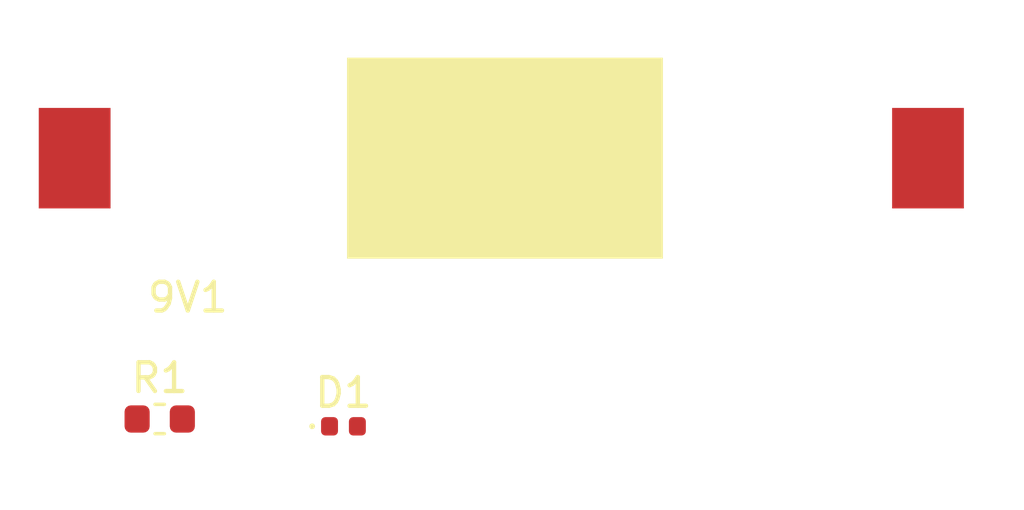
<source format=kicad_pcb>
(kicad_pcb (version 20171130) (host pcbnew "(5.1.5)-3")

  (general
    (thickness 1.6)
    (drawings 0)
    (tracks 0)
    (zones 0)
    (modules 3)
    (nets 4)
  )

  (page A4)
  (layers
    (0 F.Cu signal)
    (31 B.Cu signal)
    (32 B.Adhes user)
    (33 F.Adhes user)
    (34 B.Paste user)
    (35 F.Paste user)
    (36 B.SilkS user)
    (37 F.SilkS user)
    (38 B.Mask user)
    (39 F.Mask user)
    (40 Dwgs.User user)
    (41 Cmts.User user)
    (42 Eco1.User user)
    (43 Eco2.User user)
    (44 Edge.Cuts user)
    (45 Margin user)
    (46 B.CrtYd user)
    (47 F.CrtYd user)
    (48 B.Fab user)
    (49 F.Fab user)
  )

  (setup
    (last_trace_width 0.25)
    (trace_clearance 0.2)
    (zone_clearance 0.508)
    (zone_45_only no)
    (trace_min 0.2)
    (via_size 0.8)
    (via_drill 0.4)
    (via_min_size 0.4)
    (via_min_drill 0.3)
    (uvia_size 0.3)
    (uvia_drill 0.1)
    (uvias_allowed no)
    (uvia_min_size 0.2)
    (uvia_min_drill 0.1)
    (edge_width 0.05)
    (segment_width 0.2)
    (pcb_text_width 0.3)
    (pcb_text_size 1.5 1.5)
    (mod_edge_width 0.12)
    (mod_text_size 1 1)
    (mod_text_width 0.15)
    (pad_size 1.524 1.524)
    (pad_drill 0.762)
    (pad_to_mask_clearance 0.051)
    (solder_mask_min_width 0.25)
    (aux_axis_origin 0 0)
    (visible_elements FFFFFF7F)
    (pcbplotparams
      (layerselection 0x010fc_ffffffff)
      (usegerberextensions false)
      (usegerberattributes false)
      (usegerberadvancedattributes false)
      (creategerberjobfile false)
      (excludeedgelayer true)
      (linewidth 0.100000)
      (plotframeref false)
      (viasonmask false)
      (mode 1)
      (useauxorigin false)
      (hpglpennumber 1)
      (hpglpenspeed 20)
      (hpglpendiameter 15.000000)
      (psnegative false)
      (psa4output false)
      (plotreference true)
      (plotvalue true)
      (plotinvisibletext false)
      (padsonsilk false)
      (subtractmaskfromsilk false)
      (outputformat 1)
      (mirror false)
      (drillshape 1)
      (scaleselection 1)
      (outputdirectory ""))
  )

  (net 0 "")
  (net 1 GND)
  (net 2 "Net-(D1-Pad2)")
  (net 3 "Net-(9V1-Pad~)")

  (net_class Default "This is the default net class."
    (clearance 0.2)
    (trace_width 0.25)
    (via_dia 0.8)
    (via_drill 0.4)
    (uvia_dia 0.3)
    (uvia_drill 0.1)
    (add_net GND)
    (add_net "Net-(9V1-Pad~)")
    (add_net "Net-(D1-Pad2)")
  )

  (module Battery_Holder:SMTU2032 (layer F.Cu) (tedit 5F97E43B) (tstamp 5F98386B)
    (at 129.600001 65.592001)
    (path /5F97E2A6)
    (fp_text reference 9V1 (at 0.13 4.85) (layer F.SilkS)
      (effects (font (size 1 1) (thickness 0.15)))
    )
    (fp_text value SMTU2032 (at -0.04 -4.66) (layer F.Fab)
      (effects (font (size 1 1) (thickness 0.15)))
    )
    (fp_line (start -6.35 -5.08) (end -6.35 5.08) (layer B.Paste) (width 0.12))
    (fp_line (start -6.35 5.08) (end 29.21 5.08) (layer B.Paste) (width 0.12))
    (fp_line (start 29.21 5.08) (end 29.21 -5.08) (layer B.Paste) (width 0.12))
    (fp_line (start 29.21 -5.08) (end -6.35 -5.08) (layer B.Paste) (width 0.12))
    (pad 1 smd rect (at -3.81 0) (size 2.5 3.5) (layers F.Cu F.Paste F.Mask)
      (solder_mask_margin 0.33))
    (pad 2 smd rect (at 25.908 0) (size 2.5 3.5) (layers F.Cu F.Paste F.Mask)
      (solder_mask_margin 0.33))
    (pad "" smd rect (at 11.176 0) (size 11 7) (layers F.SilkS)
      (solder_mask_margin 0.33))
  )

  (module Diode_SMD:D_0402_1005Metric (layer F.Cu) (tedit 5B301BBE) (tstamp 5F98387D)
    (at 135.151 74.93)
    (descr "Diode SMD 0402 (1005 Metric), square (rectangular) end terminal, IPC_7351 nominal, (Body size source: http://www.tortai-tech.com/upload/download/2011102023233369053.pdf), generated with kicad-footprint-generator")
    (tags diode)
    (path /5F97FC6D)
    (attr smd)
    (fp_text reference D1 (at 0 -1.17) (layer F.SilkS)
      (effects (font (size 1 1) (thickness 0.15)))
    )
    (fp_text value LED (at 0 1.17) (layer F.Fab)
      (effects (font (size 1 1) (thickness 0.15)))
    )
    (fp_circle (center -1.09 0) (end -1.04 0) (layer F.SilkS) (width 0.1))
    (fp_line (start -0.5 0.25) (end -0.5 -0.25) (layer F.Fab) (width 0.1))
    (fp_line (start -0.5 -0.25) (end 0.5 -0.25) (layer F.Fab) (width 0.1))
    (fp_line (start 0.5 -0.25) (end 0.5 0.25) (layer F.Fab) (width 0.1))
    (fp_line (start 0.5 0.25) (end -0.5 0.25) (layer F.Fab) (width 0.1))
    (fp_line (start -0.4 0.25) (end -0.4 -0.25) (layer F.Fab) (width 0.1))
    (fp_line (start -0.3 0.25) (end -0.3 -0.25) (layer F.Fab) (width 0.1))
    (fp_line (start -0.93 0.47) (end -0.93 -0.47) (layer F.CrtYd) (width 0.05))
    (fp_line (start -0.93 -0.47) (end 0.93 -0.47) (layer F.CrtYd) (width 0.05))
    (fp_line (start 0.93 -0.47) (end 0.93 0.47) (layer F.CrtYd) (width 0.05))
    (fp_line (start 0.93 0.47) (end -0.93 0.47) (layer F.CrtYd) (width 0.05))
    (fp_text user %R (at 6.483999 2.702999) (layer F.Fab)
      (effects (font (size 0.25 0.25) (thickness 0.04)))
    )
    (pad 1 smd roundrect (at -0.485 0) (size 0.59 0.64) (layers F.Cu F.Paste F.Mask) (roundrect_rratio 0.25)
      (net 1 GND))
    (pad 2 smd roundrect (at 0.485 0) (size 0.59 0.64) (layers F.Cu F.Paste F.Mask) (roundrect_rratio 0.25)
      (net 2 "Net-(D1-Pad2)"))
    (model ${KISYS3DMOD}/Diode_SMD.3dshapes/D_0402_1005Metric.wrl
      (at (xyz 0 0 0))
      (scale (xyz 1 1 1))
      (rotate (xyz 0 0 0))
    )
  )

  (module Resistor_SMD:R_0603_1608Metric (layer F.Cu) (tedit 5B301BBD) (tstamp 5F98388E)
    (at 128.7525 74.676)
    (descr "Resistor SMD 0603 (1608 Metric), square (rectangular) end terminal, IPC_7351 nominal, (Body size source: http://www.tortai-tech.com/upload/download/2011102023233369053.pdf), generated with kicad-footprint-generator")
    (tags resistor)
    (path /5F97F2F9)
    (attr smd)
    (fp_text reference R1 (at 0 -1.43) (layer F.SilkS)
      (effects (font (size 1 1) (thickness 0.15)))
    )
    (fp_text value 220R (at 0 1.43) (layer F.Fab)
      (effects (font (size 1 1) (thickness 0.15)))
    )
    (fp_line (start -0.8 0.4) (end -0.8 -0.4) (layer F.Fab) (width 0.1))
    (fp_line (start -0.8 -0.4) (end 0.8 -0.4) (layer F.Fab) (width 0.1))
    (fp_line (start 0.8 -0.4) (end 0.8 0.4) (layer F.Fab) (width 0.1))
    (fp_line (start 0.8 0.4) (end -0.8 0.4) (layer F.Fab) (width 0.1))
    (fp_line (start -0.162779 -0.51) (end 0.162779 -0.51) (layer F.SilkS) (width 0.12))
    (fp_line (start -0.162779 0.51) (end 0.162779 0.51) (layer F.SilkS) (width 0.12))
    (fp_line (start -1.48 0.73) (end -1.48 -0.73) (layer F.CrtYd) (width 0.05))
    (fp_line (start -1.48 -0.73) (end 1.48 -0.73) (layer F.CrtYd) (width 0.05))
    (fp_line (start 1.48 -0.73) (end 1.48 0.73) (layer F.CrtYd) (width 0.05))
    (fp_line (start 1.48 0.73) (end -1.48 0.73) (layer F.CrtYd) (width 0.05))
    (fp_text user %R (at 0 0) (layer F.Fab)
      (effects (font (size 0.4 0.4) (thickness 0.06)))
    )
    (pad 1 smd roundrect (at -0.7875 0) (size 0.875 0.95) (layers F.Cu F.Paste F.Mask) (roundrect_rratio 0.25)
      (net 2 "Net-(D1-Pad2)"))
    (pad 2 smd roundrect (at 0.7875 0) (size 0.875 0.95) (layers F.Cu F.Paste F.Mask) (roundrect_rratio 0.25)
      (net 3 "Net-(9V1-Pad~)"))
    (model ${KISYS3DMOD}/Resistor_SMD.3dshapes/R_0603_1608Metric.wrl
      (at (xyz 0 0 0))
      (scale (xyz 1 1 1))
      (rotate (xyz 0 0 0))
    )
  )

)

</source>
